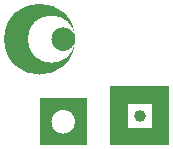
<source format=gbr>
G04 Test: Polarity dark and clear (LP)*
G04 Tests LPD and LPC commands*
%FSLAX26Y26*%
%MOMM*%
G75*
G04 Dark square*
%LPD*%
G36*
X1000000Y1000000D02*
G01*
X5000000Y1000000D01*
X5000000Y5000000D01*
X1000000Y5000000D01*
X1000000Y1000000D01*
G37*
G04 Clear circle inside dark square*
%LPC*%
G36*
X4000000Y3000000D02*
G03*
X4000000Y3000000I-1000000J0D01*
G37*
G04 Another dark square*
%LPD*%
G36*
X7000000Y1000000D02*
G01*
X12000000Y1000000D01*
X12000000Y6000000D01*
X7000000Y6000000D01*
X7000000Y1000000D01*
G37*
G04 Clear square inside*
%LPC*%
G36*
X8500000Y2500000D02*
G01*
X10500000Y2500000D01*
X10500000Y4500000D01*
X8500000Y4500000D01*
X8500000Y2500000D01*
G37*
G04 Dark circle inside the clear square*
%LPD*%
G36*
X10000000Y3500000D02*
G03*
X10000000Y3500000I-500000J0D01*
G37*
G04 Nested rings - alternating polarity*
%LPD*%
G36*
X4000000Y10000000D02*
G03*
X4000000Y10000000I-3000000J0D01*
G37*
%LPC*%
G36*
X4000000Y10000000D02*
G03*
X4000000Y10000000I-2000000J0D01*
G37*
%LPD*%
G36*
X4000000Y10000000D02*
G03*
X4000000Y10000000I-1000000J0D01*
G37*
M02*

</source>
